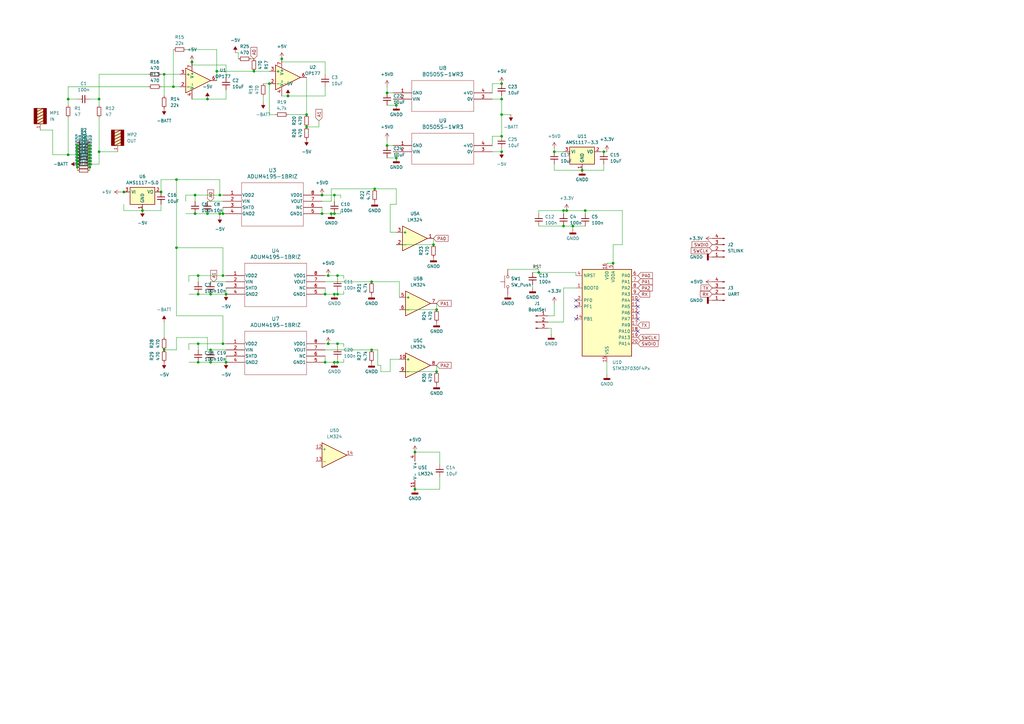
<source format=kicad_sch>
(kicad_sch (version 20230121) (generator eeschema)
  (paper "A3")
  (junction (at 152.4 115.57))
  (junction (at 232.41 86.36))
  (junction (at 58.42 86.36))
  (junction (at 81.28 113.03))
  (junction (at 36.83 59.69))
  (junction (at 78.74 25.4))
  (junction (at 110.49 34.29))
  (junction (at 231.14 86.36))
  (junction (at 137.16 80.01))
  (junction (at 31.75 64.77))
  (junction (at 158.75 38.1))
  (junction (at 170.18 185.42))
  (junction (at 227.33 62.23))
  (junction (at 90.17 87.63))
  (junction (at 220.98 111.76))
  (junction (at 66.04 78.74))
  (junction (at 86.36 143.51))
  (junction (at 205.74 40.64))
  (junction (at 27.94 40.64))
  (junction (at 36.83 63.5))
  (junction (at 170.18 200.66))
  (junction (at 36.83 64.77))
  (junction (at 31.75 59.69))
  (junction (at 238.76 69.85))
  (junction (at 231.14 92.71))
  (junction (at 31.75 66.04))
  (junction (at 31.75 63.5))
  (junction (at 134.62 113.03))
  (junction (at 36.83 66.04))
  (junction (at 152.4 143.51))
  (junction (at 31.75 67.31))
  (junction (at 81.28 148.59))
  (junction (at 50.8 78.74))
  (junction (at 31.75 62.23))
  (junction (at 27.94 63.5))
  (junction (at 177.8 100.33))
  (junction (at 125.73 52.07))
  (junction (at 36.83 60.96))
  (junction (at 205.74 46.99))
  (junction (at 132.08 87.63))
  (junction (at 91.44 140.97))
  (junction (at 40.64 40.64))
  (junction (at 36.83 62.23))
  (junction (at 91.44 87.63))
  (junction (at 125.73 46.99))
  (junction (at 36.83 68.58))
  (junction (at 134.62 140.97))
  (junction (at 67.31 143.51))
  (junction (at 92.71 120.65))
  (junction (at 67.31 30.48))
  (junction (at 31.75 68.58))
  (junction (at 138.43 148.59))
  (junction (at 86.36 148.59))
  (junction (at 135.89 87.63))
  (junction (at 36.83 67.31))
  (junction (at 162.56 64.77))
  (junction (at 81.28 120.65))
  (junction (at 118.11 39.37))
  (junction (at 132.08 80.01))
  (junction (at 115.57 24.13))
  (junction (at 88.9 29.21))
  (junction (at 90.17 80.01))
  (junction (at 205.74 34.29))
  (junction (at 251.46 107.95))
  (junction (at 138.43 140.97))
  (junction (at 72.39 101.6))
  (junction (at 179.07 152.4))
  (junction (at 240.03 86.36))
  (junction (at 158.75 59.69))
  (junction (at 205.74 62.23))
  (junction (at 234.95 92.71))
  (junction (at 72.39 73.66))
  (junction (at 137.16 120.65))
  (junction (at 137.16 87.63))
  (junction (at 138.43 120.65))
  (junction (at 85.09 40.64))
  (junction (at 138.43 113.03))
  (junction (at 80.01 80.01))
  (junction (at 179.07 127))
  (junction (at 137.16 148.59))
  (junction (at 31.75 60.96))
  (junction (at 91.44 113.03))
  (junction (at 81.28 140.97))
  (junction (at 133.35 120.65))
  (junction (at 205.74 55.88))
  (junction (at 85.09 87.63))
  (junction (at 92.71 148.59))
  (junction (at 80.01 87.63))
  (junction (at 86.36 120.65))
  (junction (at 104.14 29.21))
  (junction (at 133.35 148.59))
  (junction (at 162.56 43.18))
  (junction (at 40.64 62.23))
  (junction (at 247.65 62.23))
  (junction (at 153.67 77.47))
  (junction (at 71.12 35.56))
  (no_connect (at 261.62 135.89))
  (no_connect (at 261.62 123.19))
  (no_connect (at 236.22 125.73))
  (no_connect (at 236.22 130.81))
  (no_connect (at 261.62 128.27))
  (no_connect (at 261.62 125.73))
  (no_connect (at 236.22 123.19))
  (no_connect (at 261.62 130.81))
  (wire (pts (xy 72.39 143.51) (xy 72.39 138.43)))
  (wire (pts (xy 110.49 29.21) (xy 104.14 29.21)))
  (wire (pts (xy 138.43 140.97) (xy 134.62 140.97)))
  (wire (pts (xy 205.74 46.99) (xy 205.74 55.88)))
  (wire (pts (xy 92.71 40.64) (xy 92.71 36.83)))
  (wire (pts (xy 152.4 115.57) (xy 163.83 115.57)))
  (wire (pts (xy 140.97 147.32) (xy 140.97 148.59)))
  (wire (pts (xy 234.95 92.71) (xy 234.95 93.98)))
  (wire (pts (xy 76.2 82.55) (xy 76.2 80.01)))
  (wire (pts (xy 27.94 40.64) (xy 27.94 43.18)))
  (wire (pts (xy 205.74 60.96) (xy 205.74 62.23)))
  (wire (pts (xy 137.16 87.63) (xy 135.89 87.63)))
  (wire (pts (xy 137.16 80.01) (xy 132.08 80.01)))
  (wire (pts (xy 27.94 63.5) (xy 31.75 63.5)))
  (wire (pts (xy 156.21 152.4) (xy 156.21 149.86)))
  (wire (pts (xy 205.74 55.88) (xy 201.93 55.88)))
  (wire (pts (xy 85.09 138.43) (xy 85.09 143.51)))
  (wire (pts (xy 135.89 77.47) (xy 153.67 77.47)))
  (wire (pts (xy 140.97 113.03) (xy 138.43 113.03)))
  (wire (pts (xy 137.16 148.59) (xy 133.35 148.59)))
  (wire (pts (xy 96.52 21.59) (xy 97.79 21.59)))
  (wire (pts (xy 180.34 185.42) (xy 170.18 185.42)))
  (wire (pts (xy 36.83 60.96) (xy 36.83 62.23)))
  (wire (pts (xy 36.83 40.64) (xy 40.64 40.64)))
  (wire (pts (xy 179.07 152.4) (xy 179.07 149.86)))
  (wire (pts (xy 90.17 73.66) (xy 90.17 80.01)))
  (wire (pts (xy 31.75 40.64) (xy 27.94 40.64)))
  (wire (pts (xy 76.2 87.63) (xy 80.01 87.63)))
  (wire (pts (xy 107.95 39.37) (xy 107.95 41.91)))
  (wire (pts (xy 67.31 39.37) (xy 67.31 30.48)))
  (wire (pts (xy 81.28 148.59) (xy 86.36 148.59)))
  (wire (pts (xy 85.09 40.64) (xy 78.74 40.64)))
  (wire (pts (xy 227.33 69.85) (xy 238.76 69.85)))
  (wire (pts (xy 31.75 64.77) (xy 31.75 66.04)))
  (wire (pts (xy 67.31 30.48) (xy 73.66 30.48)))
  (wire (pts (xy 80.01 87.63) (xy 85.09 87.63)))
  (wire (pts (xy 36.83 62.23) (xy 36.83 63.5)))
  (wire (pts (xy 133.35 118.11) (xy 133.35 120.65)))
  (wire (pts (xy 66.04 86.36) (xy 58.42 86.36)))
  (wire (pts (xy 220.98 86.36) (xy 231.14 86.36)))
  (wire (pts (xy 125.73 31.75) (xy 125.73 46.99)))
  (wire (pts (xy 66.04 30.48) (xy 67.31 30.48)))
  (wire (pts (xy 255.27 86.36) (xy 255.27 100.33)))
  (wire (pts (xy 91.44 129.54) (xy 72.39 129.54)))
  (wire (pts (xy 91.44 129.54) (xy 91.44 140.97)))
  (wire (pts (xy 247.65 67.31) (xy 247.65 69.85)))
  (wire (pts (xy 162.56 62.23) (xy 161.29 62.23)))
  (wire (pts (xy 133.35 25.4) (xy 115.57 25.4)))
  (wire (pts (xy 137.16 80.01) (xy 137.16 82.55)))
  (wire (pts (xy 162.56 40.64) (xy 161.29 40.64)))
  (wire (pts (xy 77.47 143.51) (xy 77.47 140.97)))
  (wire (pts (xy 66.04 83.82) (xy 66.04 86.36)))
  (wire (pts (xy 86.36 115.57) (xy 92.71 115.57)))
  (wire (pts (xy 77.47 115.57) (xy 77.47 113.03)))
  (wire (pts (xy 162.56 64.77) (xy 162.56 62.23)))
  (wire (pts (xy 156.21 149.86) (xy 154.94 149.86)))
  (wire (pts (xy 97.79 21.59) (xy 97.79 24.13)))
  (wire (pts (xy 227.33 129.54) (xy 224.79 129.54)))
  (wire (pts (xy 134.62 140.97) (xy 133.35 140.97)))
  (wire (pts (xy 163.83 115.57) (xy 163.83 121.92)))
  (wire (pts (xy 218.44 116.84) (xy 218.44 118.11)))
  (wire (pts (xy 36.83 59.69) (xy 36.83 60.96)))
  (wire (pts (xy 130.81 52.07) (xy 125.73 52.07)))
  (wire (pts (xy 80.01 80.01) (xy 80.01 82.55)))
  (wire (pts (xy 158.75 59.69) (xy 161.29 59.69)))
  (wire (pts (xy 88.9 20.32) (xy 88.9 29.21)))
  (wire (pts (xy 158.75 57.15) (xy 158.75 59.69)))
  (wire (pts (xy 205.74 39.37) (xy 205.74 40.64)))
  (wire (pts (xy 139.7 87.63) (xy 137.16 87.63)))
  (wire (pts (xy 227.33 124.46) (xy 227.33 129.54)))
  (wire (pts (xy 201.93 34.29) (xy 201.93 38.1)))
  (wire (pts (xy 81.28 140.97) (xy 91.44 140.97)))
  (wire (pts (xy 50.8 78.74) (xy 52.07 78.74)))
  (wire (pts (xy 201.93 55.88) (xy 201.93 59.69)))
  (wire (pts (xy 132.08 85.09) (xy 132.08 87.63)))
  (wire (pts (xy 153.67 77.47) (xy 162.56 77.47)))
  (wire (pts (xy 86.36 148.59) (xy 92.71 148.59)))
  (wire (pts (xy 36.83 67.31) (xy 36.83 68.58)))
  (wire (pts (xy 91.44 85.09) (xy 91.44 87.63)))
  (wire (pts (xy 205.74 46.99) (xy 205.74 40.64)))
  (wire (pts (xy 134.62 113.03) (xy 133.35 113.03)))
  (wire (pts (xy 77.47 148.59) (xy 81.28 148.59)))
  (wire (pts (xy 209.55 46.99) (xy 205.74 46.99)))
  (wire (pts (xy 31.75 60.96) (xy 31.75 62.23)))
  (wire (pts (xy 92.71 146.05) (xy 92.71 148.59)))
  (wire (pts (xy 138.43 147.32) (xy 138.43 148.59)))
  (wire (pts (xy 205.74 34.29) (xy 201.93 34.29)))
  (wire (pts (xy 154.94 149.86) (xy 154.94 143.51)))
  (wire (pts (xy 179.07 127) (xy 179.07 124.46)))
  (wire (pts (xy 227.33 60.96) (xy 227.33 62.23)))
  (wire (pts (xy 36.83 58.42) (xy 36.83 59.69)))
  (wire (pts (xy 138.43 140.97) (xy 138.43 142.24)))
  (wire (pts (xy 220.98 111.76) (xy 236.22 111.76)))
  (wire (pts (xy 133.35 143.51) (xy 152.4 143.51)))
  (wire (pts (xy 247.65 69.85) (xy 238.76 69.85)))
  (wire (pts (xy 36.83 68.58) (xy 36.83 69.85)))
  (wire (pts (xy 78.74 25.4) (xy 78.74 26.67)))
  (wire (pts (xy 248.92 107.95) (xy 251.46 107.95)))
  (wire (pts (xy 60.96 35.56) (xy 27.94 35.56)))
  (wire (pts (xy 81.28 140.97) (xy 81.28 143.51)))
  (wire (pts (xy 107.95 34.29) (xy 110.49 34.29)))
  (wire (pts (xy 76.2 20.32) (xy 88.9 20.32)))
  (wire (pts (xy 81.28 113.03) (xy 81.28 115.57)))
  (wire (pts (xy 36.83 67.31) (xy 40.64 67.31)))
  (wire (pts (xy 50.8 83.82) (xy 50.8 86.36)))
  (wire (pts (xy 31.75 66.04) (xy 31.75 67.31)))
  (wire (pts (xy 251.46 100.33) (xy 251.46 107.95)))
  (wire (pts (xy 40.64 40.64) (xy 40.64 43.18)))
  (wire (pts (xy 160.02 95.25) (xy 160.02 83.82)))
  (wire (pts (xy 31.75 63.5) (xy 31.75 64.77)))
  (wire (pts (xy 92.71 118.11) (xy 92.71 120.65)))
  (wire (pts (xy 36.83 64.77) (xy 36.83 66.04)))
  (wire (pts (xy 180.34 200.66) (xy 170.18 200.66)))
  (wire (pts (xy 31.75 59.69) (xy 31.75 60.96)))
  (wire (pts (xy 226.06 134.62) (xy 224.79 134.62)))
  (wire (pts (xy 72.39 101.6) (xy 72.39 129.54)))
  (wire (pts (xy 180.34 190.5) (xy 180.34 185.42)))
  (wire (pts (xy 90.17 87.63) (xy 91.44 87.63)))
  (wire (pts (xy 251.46 100.33) (xy 255.27 100.33)))
  (wire (pts (xy 58.42 85.09) (xy 58.42 86.36)))
  (wire (pts (xy 160.02 95.25) (xy 162.56 95.25)))
  (wire (pts (xy 67.31 132.08) (xy 67.31 138.43)))
  (wire (pts (xy 72.39 138.43) (xy 85.09 138.43)))
  (wire (pts (xy 90.17 80.01) (xy 91.44 80.01)))
  (wire (pts (xy 92.71 26.67) (xy 78.74 26.67)))
  (wire (pts (xy 40.64 62.23) (xy 40.64 67.31)))
  (wire (pts (xy 48.26 62.23) (xy 40.64 62.23)))
  (wire (pts (xy 218.44 111.76) (xy 220.98 111.76)))
  (wire (pts (xy 226.06 137.16) (xy 226.06 134.62)))
  (wire (pts (xy 77.47 140.97) (xy 81.28 140.97)))
  (wire (pts (xy 92.71 40.64) (xy 85.09 40.64)))
  (wire (pts (xy 50.8 86.36) (xy 58.42 86.36)))
  (wire (pts (xy 85.09 143.51) (xy 86.36 143.51)))
  (wire (pts (xy 227.33 62.23) (xy 231.14 62.23)))
  (wire (pts (xy 21.59 53.34) (xy 21.59 63.5)))
  (wire (pts (xy 72.39 143.51) (xy 67.31 143.51)))
  (wire (pts (xy 177.8 100.33) (xy 177.8 97.79)))
  (wire (pts (xy 140.97 120.65) (xy 138.43 120.65)))
  (wire (pts (xy 160.02 83.82) (xy 162.56 83.82)))
  (wire (pts (xy 158.75 64.77) (xy 162.56 64.77)))
  (wire (pts (xy 208.28 110.49) (xy 220.98 110.49)))
  (wire (pts (xy 92.71 31.75) (xy 92.71 26.67)))
  (wire (pts (xy 40.64 30.48) (xy 40.64 40.64)))
  (wire (pts (xy 247.65 62.23) (xy 248.92 62.23)))
  (wire (pts (xy 31.75 58.42) (xy 31.75 59.69)))
  (wire (pts (xy 31.75 67.31) (xy 31.75 68.58)))
  (wire (pts (xy 240.03 86.36) (xy 255.27 86.36)))
  (wire (pts (xy 138.43 148.59) (xy 137.16 148.59)))
  (wire (pts (xy 40.64 48.26) (xy 40.64 62.23)))
  (wire (pts (xy 133.35 35.56) (xy 133.35 39.37)))
  (wire (pts (xy 90.17 88.9) (xy 90.17 87.63)))
  (wire (pts (xy 232.41 86.36) (xy 240.03 86.36)))
  (wire (pts (xy 140.97 119.38) (xy 140.97 120.65)))
  (wire (pts (xy 231.14 86.36) (xy 232.41 86.36)))
  (wire (pts (xy 162.56 77.47) (xy 162.56 83.82)))
  (wire (pts (xy 88.9 29.21) (xy 104.14 29.21)))
  (wire (pts (xy 91.44 101.6) (xy 72.39 101.6)))
  (wire (pts (xy 133.35 115.57) (xy 152.4 115.57)))
  (wire (pts (xy 81.28 120.65) (xy 86.36 120.65)))
  (wire (pts (xy 91.44 101.6) (xy 91.44 113.03)))
  (wire (pts (xy 66.04 73.66) (xy 66.04 78.74)))
  (wire (pts (xy 154.94 143.51) (xy 152.4 143.51)))
  (wire (pts (xy 248.92 148.59) (xy 248.92 153.67)))
  (wire (pts (xy 158.75 35.56) (xy 158.75 38.1)))
  (wire (pts (xy 118.11 39.37) (xy 133.35 39.37)))
  (wire (pts (xy 227.33 67.31) (xy 227.33 69.85)))
  (wire (pts (xy 80.01 80.01) (xy 90.17 80.01)))
  (wire (pts (xy 224.79 132.08) (xy 231.14 132.08)))
  (wire (pts (xy 139.7 86.36) (xy 139.7 87.63)))
  (wire (pts (xy 135.89 82.55) (xy 135.89 77.47)))
  (wire (pts (xy 163.83 152.4) (xy 179.07 152.4)))
  (wire (pts (xy 140.97 142.24) (xy 140.97 140.97)))
  (wire (pts (xy 162.56 100.33) (xy 177.8 100.33)))
  (wire (pts (xy 138.43 113.03) (xy 138.43 114.3)))
  (wire (pts (xy 36.83 63.5) (xy 36.83 64.77)))
  (wire (pts (xy 16.51 53.34) (xy 21.59 53.34)))
  (wire (pts (xy 71.12 20.32) (xy 71.12 35.56)))
  (wire (pts (xy 205.74 62.23) (xy 201.93 62.23)))
  (wire (pts (xy 205.74 40.64) (xy 201.93 40.64)))
  (wire (pts (xy 27.94 48.26) (xy 27.94 63.5)))
  (wire (pts (xy 102.87 24.13) (xy 104.14 24.13)))
  (wire (pts (xy 115.57 39.37) (xy 118.11 39.37)))
  (wire (pts (xy 91.44 113.03) (xy 92.71 113.03)))
  (wire (pts (xy 86.36 143.51) (xy 92.71 143.51)))
  (wire (pts (xy 139.7 80.01) (xy 137.16 80.01)))
  (wire (pts (xy 140.97 148.59) (xy 138.43 148.59)))
  (wire (pts (xy 162.56 43.18) (xy 162.56 40.64)))
  (wire (pts (xy 91.44 140.97) (xy 92.71 140.97)))
  (wire (pts (xy 240.03 87.63) (xy 240.03 86.36)))
  (wire (pts (xy 140.97 140.97) (xy 138.43 140.97)))
  (wire (pts (xy 71.12 35.56) (xy 73.66 35.56)))
  (wire (pts (xy 158.75 38.1) (xy 161.29 38.1)))
  (wire (pts (xy 220.98 110.49) (xy 220.98 111.76)))
  (wire (pts (xy 36.83 66.04) (xy 36.83 67.31)))
  (wire (pts (xy 231.14 92.71) (xy 234.95 92.71)))
  (wire (pts (xy 234.95 92.71) (xy 240.03 92.71)))
  (wire (pts (xy 160.02 152.4) (xy 160.02 147.32)))
  (wire (pts (xy 27.94 35.56) (xy 27.94 40.64)))
  (wire (pts (xy 115.57 24.13) (xy 115.57 25.4)))
  (wire (pts (xy 90.17 73.66) (xy 72.39 73.66)))
  (wire (pts (xy 77.47 120.65) (xy 81.28 120.65)))
  (wire (pts (xy 72.39 73.66) (xy 66.04 73.66)))
  (wire (pts (xy 133.35 146.05) (xy 133.35 148.59)))
  (wire (pts (xy 138.43 113.03) (xy 134.62 113.03)))
  (wire (pts (xy 160.02 147.32) (xy 163.83 147.32)))
  (wire (pts (xy 132.08 82.55) (xy 135.89 82.55)))
  (wire (pts (xy 231.14 86.36) (xy 231.14 87.63)))
  (wire (pts (xy 81.28 113.03) (xy 91.44 113.03)))
  (wire (pts (xy 77.47 113.03) (xy 81.28 113.03)))
  (wire (pts (xy 236.22 111.76) (xy 236.22 113.03)))
  (wire (pts (xy 85.09 87.63) (xy 90.17 87.63)))
  (wire (pts (xy 180.34 195.58) (xy 180.34 200.66)))
  (wire (pts (xy 76.2 80.01) (xy 80.01 80.01)))
  (wire (pts (xy 231.14 118.11) (xy 236.22 118.11)))
  (wire (pts (xy 86.36 120.65) (xy 92.71 120.65)))
  (wire (pts (xy 21.59 63.5) (xy 27.94 63.5)))
  (wire (pts (xy 72.39 73.66) (xy 72.39 101.6)))
  (wire (pts (xy 130.81 49.53) (xy 130.81 52.07)))
  (wire (pts (xy 118.11 46.99) (xy 125.73 46.99)))
  (wire (pts (xy 135.89 87.63) (xy 132.08 87.63)))
  (wire (pts (xy 31.75 62.23) (xy 31.75 63.5)))
  (wire (pts (xy 110.49 46.99) (xy 110.49 34.29)))
  (wire (pts (xy 137.16 120.65) (xy 133.35 120.65)))
  (wire (pts (xy 246.38 62.23) (xy 247.65 62.23)))
  (wire (pts (xy 85.09 82.55) (xy 91.44 82.55)))
  (wire (pts (xy 60.96 30.48) (xy 40.64 30.48)))
  (wire (pts (xy 163.83 127) (xy 179.07 127)))
  (wire (pts (xy 49.53 78.74) (xy 50.8 78.74)))
  (wire (pts (xy 138.43 120.65) (xy 137.16 120.65)))
  (wire (pts (xy 156.21 152.4) (xy 160.02 152.4)))
  (wire (pts (xy 31.75 68.58) (xy 31.75 69.85)))
  (wire (pts (xy 138.43 119.38) (xy 138.43 120.65)))
  (wire (pts (xy 140.97 114.3) (xy 140.97 113.03)))
  (wire (pts (xy 220.98 92.71) (xy 231.14 92.71)))
  (wire (pts (xy 231.14 132.08) (xy 231.14 118.11)))
  (wire (pts (xy 88.9 29.21) (xy 88.9 33.02)))
  (wire (pts (xy 113.03 46.99) (xy 110.49 46.99)))
  (wire (pts (xy 139.7 81.28) (xy 139.7 80.01)))
  (wire (pts (xy 66.04 35.56) (xy 71.12 35.56)))
  (wire (pts (xy 158.75 43.18) (xy 162.56 43.18)))
  (wire (pts (xy 133.35 30.48) (xy 133.35 25.4)))
  (wire (pts (xy 220.98 87.63) (xy 220.98 86.36)))
  (label "RST" (at 218.44 110.49 0))
  (global_label "A0" (shape input) (at 104.14 24.13 90) (property "Intersheetrefs" "${INTERSHEET_REFS}" (effects hide)))
  (global_label "A1" (shape input) (at 130.81 49.53 90) (property "Intersheetrefs" "${INTERSHEET_REFS}" (effects hide)))
  (global_label "PA0" (shape input) (at 261.62 113.03 0) (property "Intersheetrefs" "${INTERSHEET_REFS}" (effects hide)))
  (global_label "A0" (shape input) (at 86.36 82.55 90) (property "Intersheetrefs" "${INTERSHEET_REFS}" (effects hide)))
  (global_label "PA0" (shape input) (at 177.8 97.79 0) (property "Intersheetrefs" "${INTERSHEET_REFS}" (effects hide)))
  (global_label "SWDIO" (shape input) (at 261.62 140.97 0) (property "Intersheetrefs" "${INTERSHEET_REFS}" (effects hide)))
  (global_label "PA2" (shape input) (at 179.07 149.86 0) (property "Intersheetrefs" "${INTERSHEET_REFS}" (effects hide)))
  (global_label "PA2" (shape input) (at 261.62 118.11 0) (property "Intersheetrefs" "${INTERSHEET_REFS}" (effects hide)))
  (global_label "SWDIO" (shape input) (at 292.1 100.33 180) (property "Intersheetrefs" "${INTERSHEET_REFS}" (effects hide)))
  (global_label "SWCLK" (shape input) (at 292.1 102.87 180) (property "Intersheetrefs" "${INTERSHEET_REFS}" (effects hide)))
  (global_label "PA1" (shape input) (at 261.62 115.57 0) (property "Intersheetrefs" "${INTERSHEET_REFS}" (effects hide)))
  (global_label "RX" (shape input) (at 261.62 120.65 0) (property "Intersheetrefs" "${INTERSHEET_REFS}" (effects hide)))
  (global_label "PA1" (shape input) (at 179.07 124.46 0) (property "Intersheetrefs" "${INTERSHEET_REFS}" (effects hide)))
  (global_label "TX" (shape input) (at 261.62 133.35 0) (property "Intersheetrefs" "${INTERSHEET_REFS}" (effects hide)))
  (global_label "TX" (shape input) (at 292.1 118.11 180) (property "Intersheetrefs" "${INTERSHEET_REFS}" (effects hide)))
  (global_label "RX" (shape input) (at 292.1 120.65 180) (property "Intersheetrefs" "${INTERSHEET_REFS}" (effects hide)))
  (global_label "A1" (shape input) (at 87.63 115.57 90) (property "Intersheetrefs" "${INTERSHEET_REFS}" (effects hide)))
  (global_label "SWCLK" (shape input) (at 261.62 138.43 0) (property "Intersheetrefs" "${INTERSHEET_REFS}" (effects hide)))
  (symbol (lib_id "power:GNDD") (at 135.89 87.63 0) (unit 1)
    (property "Reference" "#PWR027" (effects hide))
    (property "Value" "GNDD" (at 135.89 91.44 0))
  )
  (symbol (lib_id "Device:R_Small") (at 67.31 146.05 0) (unit 1)
    (property "Reference" "R29" (at 62.23 146.05 90))
    (property "Value" "470" (at 64.77 146.05 90))
    (property "Footprint" "Resistor_SMD:R_0805_2012Metric_Pad1.20x1.40mm_HandSolder" (effects hide))
  )
  (symbol (lib_id "power:-5V") (at 90.17 88.9 180) (unit 1)
    (property "Reference" "#PWR010" (effects hide))
    (property "Value" "-5V" (at 90.17 93.98 0))
  )
  (symbol (lib_id "power:+5VD") (at 134.62 113.03 0) (unit 1)
    (property "Reference" "#PWR014" (effects hide))
    (property "Value" "+5VD" (at 134.62 107.95 0))
  )
  (symbol (lib_id "Device:C_Small") (at 231.14 90.17 180) (unit 1)
    (property "Reference" "C4" (at 233.68 88.8936 0) (effects (justify right)))
    (property "Value" "100n" (at 233.68 91.4336 0) (effects (justify right)))
    (property "Footprint" "Capacitor_SMD:C_0805_2012Metric_Pad1.18x1.45mm_HandSolder" (effects hide))
  )
  (symbol (lib_id "Amplifier_Operational:LM324") (at 171.45 124.46 0) (unit 2)
    (property "Reference" "U5" (at 171.45 114.3 0))
    (property "Value" "LM324" (at 171.45 116.84 0))
    (property "Footprint" "Package_SO:SOIC-14_3.9x8.7mm_P1.27mm" (effects hide))
    (property "Datasheet" "http://www.ti.com/lit/ds/symlink/lm2902-n.pdf" (effects hide))
  )
  (symbol (lib_id "Device:R_Small") (at 34.29 62.23 90) (unit 1)
    (property "Reference" "R5" (at 34.29 57.15 90))
    (property "Value" "5mOhm" (at 34.29 59.69 90))
    (property "Footprint" "Resistor_SMD:R_2512_6332Metric_Pad1.40x3.35mm_HandSolder" (effects hide))
  )
  (symbol (lib_id "Device:R_Small") (at 34.29 64.77 90) (unit 1)
    (property "Reference" "R7" (at 34.29 59.69 90))
    (property "Value" "5mOhm" (at 34.29 62.23 90))
    (property "Footprint" "Resistor_SMD:R_2512_6332Metric_Pad1.40x3.35mm_HandSolder" (effects hide))
  )
  (symbol (lib_id "Device:C_Small") (at 180.34 193.04 0) (unit 1)
    (property "Reference" "C14" (at 182.88 191.7763 0) (effects (justify left)))
    (property "Value" "10uF" (at 182.88 194.3163 0) (effects (justify left)))
    (property "Footprint" "Capacitor_SMD:C_1206_3216Metric_Pad1.33x1.80mm_HandSolder" (effects hide))
  )
  (symbol (lib_id "power:+5V") (at 205.74 34.29 0) (unit 1)
    (property "Reference" "#PWR032" (effects hide))
    (property "Value" "+5V" (at 205.74 29.21 0))
  )
  (symbol (lib_id "power:-5V") (at 205.74 62.23 180) (unit 1)
    (property "Reference" "#PWR033" (effects hide))
    (property "Value" "-5V" (at 205.74 67.31 0))
  )
  (symbol (lib_id "Device:R_Small") (at 177.8 102.87 0) (unit 1)
    (property "Reference" "R23" (at 172.72 102.87 90))
    (property "Value" "470" (at 175.26 102.87 90))
    (property "Footprint" "Resistor_SMD:R_0805_2012Metric_Pad1.20x1.40mm_HandSolder" (effects hide))
  )
  (symbol (lib_id "Device:C_Small") (at 92.71 34.29 0) (unit 1)
    (property "Reference" "C2" (at 95.25 33.0263 0) (effects (justify left)))
    (property "Value" "10uF" (at 95.25 35.5663 0) (effects (justify left)))
    (property "Footprint" "Capacitor_SMD:C_1206_3216Metric_Pad1.33x1.80mm_HandSolder" (effects hide))
  )
  (symbol (lib_id "power:GNDD") (at 152.4 148.59 0) (unit 1)
    (property "Reference" "#PWR022" (effects hide))
    (property "Value" "GNDD" (at 152.4 152.4 0))
  )
  (symbol (lib_id "B0505:B0505S-1WR3") (at 161.29 59.69 0) (unit 1)
    (property "Reference" "U9" (at 181.61 49.53 0) (effects (font (size 1.524 1.524))))
    (property "Value" "B0505S-1WR3" (at 181.61 52.07 0) (effects (font (size 1.524 1.524))))
    (property "Footprint" "B0505:B0505S_MNS" (effects hide))
    (property "Datasheet" "B0505S-1WR3" (effects hide))
  )
  (symbol (lib_id "Amplifier_Operational:LM324") (at 170.18 97.79 0) (unit 1)
    (property "Reference" "U5" (at 170.18 87.63 0))
    (property "Value" "LM324" (at 170.18 90.17 0))
    (property "Footprint" "Package_SO:SOIC-14_3.9x8.7mm_P1.27mm" (effects hide))
    (property "Datasheet" "http://www.ti.com/lit/ds/symlink/lm2902-n.pdf" (effects hide))
  )
  (symbol (lib_id "Device:C_Small") (at 85.09 85.09 180) (unit 1)
    (property "Reference" "C8" (at 87.63 83.8136 0) (effects (justify right)))
    (property "Value" "10n" (at 87.63 86.3536 0) (effects (justify right)))
    (property "Footprint" "Capacitor_SMD:C_0805_2012Metric_Pad1.18x1.45mm_HandSolder" (effects hide))
  )
  (symbol (lib_id "Device:R_Small") (at 100.33 24.13 270) (unit 1)
    (property "Reference" "R25" (at 100.33 19.05 90))
    (property "Value" "470" (at 100.33 21.59 90))
    (property "Footprint" "Resistor_SMD:R_0805_2012Metric_Pad1.20x1.40mm_HandSolder" (effects hide))
  )
  (symbol (lib_id "Device:R_Small") (at 152.4 146.05 0) (unit 1)
    (property "Reference" "R27" (at 147.32 146.05 90))
    (property "Value" "4.7k" (at 149.86 146.05 90))
    (property "Footprint" "Resistor_SMD:R_0805_2012Metric_Pad1.20x1.40mm_HandSolder" (effects hide))
  )
  (symbol (lib_id "Device:R_Small") (at 153.67 80.01 0) (unit 1)
    (property "Reference" "R22" (at 148.59 80.01 90))
    (property "Value" "4.7k" (at 151.13 80.01 90))
    (property "Footprint" "Resistor_SMD:R_0805_2012Metric_Pad1.20x1.40mm_HandSolder" (effects hide))
  )
  (symbol (lib_id "Device:C_Small") (at 137.16 85.09 180) (unit 1)
    (property "Reference" "C10" (at 139.7 83.8136 0) (effects (justify right)))
    (property "Value" "100n" (at 139.7 86.3536 0) (effects (justify right)))
    (property "Footprint" "Capacitor_SMD:C_0805_2012Metric_Pad1.18x1.45mm_HandSolder" (effects hide))
  )
  (symbol (lib_id "power:+5V") (at 78.74 25.4 0) (unit 1)
    (property "Reference" "#PWR02" (effects hide))
    (property "Value" "+5V" (at 78.74 20.32 0))
  )
  (symbol (lib_id "power:-5V") (at 58.42 86.36 180) (unit 1)
    (property "Reference" "#PWR011" (effects hide))
    (property "Value" "-5V" (at 58.42 91.44 0))
  )
  (symbol (lib_id "Device:C_Small") (at 158.75 62.23 0) (unit 1)
    (property "Reference" "C24" (at 161.29 60.9663 0) (effects (justify left)))
    (property "Value" "10uF" (at 161.29 63.5063 0) (effects (justify left)))
    (property "Footprint" "Capacitor_SMD:C_1206_3216Metric_Pad1.33x1.80mm_HandSolder" (effects hide))
  )
  (symbol (lib_id "power:+5VD") (at 158.75 35.56 0) (unit 1)
    (property "Reference" "#PWR028" (effects hide))
    (property "Value" "+5VD" (at 158.75 30.48 0))
  )
  (symbol (lib_id "Device:R_Small") (at 104.14 26.67 180) (unit 1)
    (property "Reference" "R17" (at 109.22 26.67 90))
    (property "Value" "470" (at 106.68 26.67 90))
    (property "Footprint" "Resistor_SMD:R_0805_2012Metric_Pad1.20x1.40mm_HandSolder" (effects hide))
  )
  (symbol (lib_id "power:GNDD") (at 218.44 118.11 0) (unit 1)
    (property "Reference" "#PWR042" (effects hide))
    (property "Value" "GNDD" (at 218.44 121.92 0))
  )
  (symbol (lib_id "Device:C_Small") (at 218.44 114.3 180) (unit 1)
    (property "Reference" "C13" (at 220.98 113.0236 0) (effects (justify right)))
    (property "Value" "100n" (at 220.98 115.5636 0) (effects (justify right)))
    (property "Footprint" "Capacitor_SMD:C_0805_2012Metric_Pad1.18x1.45mm_HandSolder" (effects hide))
  )
  (symbol (lib_id "Device:C_Small") (at 247.65 64.77 0) (unit 1)
    (property "Reference" "C15" (at 250.19 63.5063 0) (effects (justify left)))
    (property "Value" "10uF" (at 250.19 66.0463 0) (effects (justify left)))
    (property "Footprint" "Capacitor_SMD:C_1206_3216Metric_Pad1.33x1.80mm_HandSolder" (effects hide))
  )
  (symbol (lib_id "Device:C_Small") (at 220.98 90.17 180) (unit 1)
    (property "Reference" "C12" (at 223.52 88.8936 0) (effects (justify right)))
    (property "Value" "100n" (at 223.52 91.4336 0) (effects (justify right)))
    (property "Footprint" "Capacitor_SMD:C_0805_2012Metric_Pad1.18x1.45mm_HandSolder" (effects hide))
  )
  (symbol (lib_id "Device:C_Small") (at 138.43 116.84 180) (unit 1)
    (property "Reference" "C11" (at 140.97 115.5636 0) (effects (justify right)))
    (property "Value" "100n" (at 140.97 118.1036 0) (effects (justify right)))
    (property "Footprint" "Capacitor_SMD:C_0805_2012Metric_Pad1.18x1.45mm_HandSolder" (effects hide))
  )
  (symbol (lib_id "Connector:Conn_01x04_Pin") (at 297.18 120.65 180) (unit 1)
    (property "Reference" "J3" (at 298.45 118.11 0) (effects (justify right)))
    (property "Value" "UART" (at 298.45 120.65 0) (effects (justify right)))
    (property "Footprint" "Connector_PinHeader_2.54mm:PinHeader_1x04_P2.54mm_Vertical" (effects hide))
  )
  (symbol (lib_id "Device:R_Small") (at 27.94 45.72 180) (unit 1)
    (property "Reference" "R1" (at 30.48 44.45 0) (effects (justify right)))
    (property "Value" "47" (at 30.48 46.99 0) (effects (justify right)))
    (property "Footprint" "Resistor_SMD:R_0805_2012Metric_Pad1.20x1.40mm_HandSolder" (effects hide))
  )
  (symbol (lib_id "Device:R_Small") (at 179.07 154.94 0) (unit 1)
    (property "Reference" "R30" (at 173.99 154.94 90))
    (property "Value" "470" (at 176.53 154.94 90))
    (property "Footprint" "Resistor_SMD:R_0805_2012Metric_Pad1.20x1.40mm_HandSolder" (effects hide))
  )
  (symbol (lib_id "power:GNDD") (at 137.16 120.65 0) (unit 1)
    (property "Reference" "#PWR024" (effects hide))
    (property "Value" "GNDD" (at 137.16 124.46 0))
  )
  (symbol (lib_id "Device:R_Small") (at 67.31 140.97 0) (unit 1)
    (property "Reference" "R28" (at 62.23 140.97 90))
    (property "Value" "470" (at 64.77 140.97 90))
    (property "Footprint" "Resistor_SMD:R_0805_2012Metric_Pad1.20x1.40mm_HandSolder" (effects hide))
  )
  (symbol (lib_id "power:-BATT") (at 209.55 46.99 180) (unit 1)
    (property "Reference" "#PWR034" (effects hide))
    (property "Value" "-BATT" (at 209.55 52.07 0))
  )
  (symbol (lib_id "power:+3.3V") (at 292.1 97.79 90) (unit 1)
    (property "Reference" "#PWR048" (effects hide))
    (property "Value" "+3.3V" (at 288.29 97.79 90) (effects (justify left)))
  )
  (symbol (lib_id "power:GNDD") (at 153.67 82.55 0) (unit 1)
    (property "Reference" "#PWR026" (effects hide))
    (property "Value" "GNDD" (at 153.67 86.36 0))
  )
  (symbol (lib_id "Device:R_Small") (at 40.64 45.72 180) (unit 1)
    (property "Reference" "R12" (at 43.18 44.45 0) (effects (justify right)))
    (property "Value" "47" (at 43.18 46.99 0) (effects (justify right)))
    (property "Footprint" "Resistor_SMD:R_0805_2012Metric_Pad1.20x1.40mm_HandSolder" (effects hide))
  )
  (symbol (lib_id "Device:C_Small") (at 240.03 90.17 180) (unit 1)
    (property "Reference" "C5" (at 242.57 88.8936 0) (effects (justify right)))
    (property "Value" "100n" (at 242.57 91.4336 0) (effects (justify right)))
    (property "Footprint" "Capacitor_SMD:C_0805_2012Metric_Pad1.18x1.45mm_HandSolder" (effects hide))
  )
  (symbol (lib_id "WuerthConnector:WP-BUCF") (at 48.26 57.15 0) (unit 1)
    (property "Reference" "MP2" (at 52.07 55.245 0) (effects (justify left)))
    (property "Value" "OUT" (at 52.07 57.785 0) (effects (justify left)))
    (property "Footprint" "WuerthConnector:WP-BUCF_7461059" (effects hide))
    (property "THREAD" "M6" (effects hide))
    (property "IR" "240A" (effects hide))
    (property "VALUE" "7461059" (effects hide))
    (property "PART-NUMBER" "7461059" (effects hide))
    (property "DATASHEET-URL" "https://www.we-online.com/redexpert/spec/7461059?ae" (effects hide))
    (property "PINS" "16" (effects hide))
  )
  (symbol (lib_id "power:-BATT") (at 67.31 132.08 0) (unit 1)
    (property "Reference" "#PWR021" (effects hide))
    (property "Value" "-BATT" (at 67.31 127 0))
  )
  (symbol (lib_id "power:-5V") (at 92.71 120.65 180) (unit 1)
    (property "Reference" "#PWR017" (effects hide))
    (property "Value" "-5V" (at 92.71 125.73 0))
  )
  (symbol (lib_id "Device:R_Small") (at 152.4 118.11 0) (unit 1)
    (property "Reference" "R21" (at 147.32 118.11 90))
    (property "Value" "4.7k" (at 149.86 118.11 90))
    (property "Footprint" "Resistor_SMD:R_0805_2012Metric_Pad1.20x1.40mm_HandSolder" (effects hide))
  )
  (symbol (lib_id "power:GNDD") (at 208.28 120.65 0) (unit 1)
    (property "Reference" "#PWR043" (effects hide))
    (property "Value" "GNDD" (at 208.28 124.46 0))
  )
  (symbol (lib_id "Device:R_Small") (at 34.29 58.42 90) (unit 1)
    (property "Reference" "R2" (at 34.29 53.34 90))
    (property "Value" "5mOhm" (at 34.29 55.88 90))
    (property "Footprint" "Resistor_SMD:R_2512_6332Metric_Pad1.40x3.35mm_HandSolder" (effects hide))
  )
  (symbol (lib_id "Device:R_Small") (at 63.5 35.56 270) (unit 1)
    (property "Reference" "R13" (at 63.5 30.48 90))
    (property "Value" "470" (at 63.5 33.02 90))
    (property "Footprint" "Resistor_SMD:R_0805_2012Metric_Pad1.20x1.40mm_HandSolder" (effects hide))
  )
  (symbol (lib_id "Device:C_Small") (at 86.36 146.05 180) (unit 1)
    (property "Reference" "C19" (at 88.9 144.7736 0) (effects (justify right)))
    (property "Value" "10n" (at 88.9 147.3136 0) (effects (justify right)))
    (property "Footprint" "Capacitor_SMD:C_0805_2012Metric_Pad1.18x1.45mm_HandSolder" (effects hide))
  )
  (symbol (lib_id "Device:C_Small") (at 133.35 33.02 0) (unit 1)
    (property "Reference" "C3" (at 135.89 31.7563 0) (effects (justify left)))
    (property "Value" "10uF" (at 135.89 34.2963 0) (effects (justify left)))
    (property "Footprint" "Capacitor_SMD:C_1206_3216Metric_Pad1.33x1.80mm_HandSolder" (effects hide))
  )
  (symbol (lib_id "power:-5V") (at 85.09 40.64 0) (unit 1)
    (property "Reference" "#PWR04" (effects hide))
    (property "Value" "-5V" (at 85.09 35.56 0))
  )
  (symbol (lib_id "Device:R_Small") (at 125.73 49.53 0) (unit 1)
    (property "Reference" "R20" (at 120.65 49.53 90))
    (property "Value" "470" (at 123.19 49.53 90))
    (property "Footprint" "Resistor_SMD:R_0805_2012Metric_Pad1.20x1.40mm_HandSolder" (effects hide))
  )
  (symbol (lib_id "power:GNDD") (at 170.18 200.66 0) (unit 1)
    (property "Reference" "#PWR016" (effects hide))
    (property "Value" "GNDD" (at 170.18 204.47 0))
  )
  (symbol (lib_id "ADUM4195:ADUM4195-1BRIZ") (at 91.44 80.01 0) (unit 1)
    (property "Reference" "U3" (at 111.76 69.85 0) (effects (font (size 1.524 1.524))))
    (property "Value" "ADUM4195-1BRIZ" (at 111.76 72.39 0) (effects (font (size 1.524 1.524))))
    (property "Footprint" "ADUM4195:RI-8-1_ADI" (effects hide))
    (property "Datasheet" "ADUM4195-1BRIZ" (effects hide))
  )
  (symbol (lib_id "power:GNDD") (at 226.06 137.16 0) (unit 1)
    (property "Reference" "#PWR045" (effects hide))
    (property "Value" "GNDD" (at 226.06 140.97 0))
  )
  (symbol (lib_id "Connector:Conn_01x03_Pin") (at 219.71 132.08 0) (unit 1)
    (property "Reference" "J1" (at 220.345 124.46 0))
    (property "Value" "BootSel" (at 220.345 127 0))
    (property "Footprint" "Connector_PinHeader_2.54mm:PinHeader_1x03_P2.54mm_Vertical" (effects hide))
  )
  (symbol (lib_id "Amplifier_Operational:LM324") (at 171.45 149.86 0) (unit 3)
    (property "Reference" "U5" (at 171.45 139.7 0))
    (property "Value" "LM324" (at 171.45 142.24 0))
    (property "Footprint" "Package_SO:SOIC-14_3.9x8.7mm_P1.27mm" (effects hide))
    (property "Datasheet" "http://www.ti.com/lit/ds/symlink/lm2902-n.pdf" (effects hide))
  )
  (symbol (lib_id "power:GNDD") (at 234.95 93.98 0) (unit 1)
    (property "Reference" "#PWR040" (effects hide))
    (property "Value" "GNDD" (at 234.95 97.79 0))
  )
  (symbol (lib_id "Device:R_Small") (at 34.29 60.96 90) (unit 1)
    (property "Reference" "R4" (at 34.29 55.88 90))
    (property "Value" "5mOhm" (at 34.29 58.42 90))
    (property "Footprint" "Resistor_SMD:R_2512_6332Metric_Pad1.40x3.35mm_HandSolder" (effects hide))
  )
  (symbol (lib_id "Device:R_Small") (at 125.73 54.61 0) (unit 1)
    (property "Reference" "R26" (at 120.65 54.61 90))
    (property "Value" "470" (at 123.19 54.61 90))
    (property "Footprint" "Resistor_SMD:R_0805_2012Metric_Pad1.20x1.40mm_HandSolder" (effects hide))
  )
  (symbol (lib_id "power:+3.3V") (at 232.41 86.36 0) (unit 1)
    (property "Reference" "#PWR039" (effects hide))
    (property "Value" "+3.3V" (at 232.41 81.28 0))
  )
  (symbol (lib_id "Device:R_Small") (at 73.66 20.32 270) (unit 1)
    (property "Reference" "R15" (at 73.66 15.24 90))
    (property "Value" "22k" (at 73.66 17.78 90))
    (property "Footprint" "Resistor_SMD:R_0805_2012Metric_Pad1.20x1.40mm_HandSolder" (effects hide))
  )
  (symbol (lib_id "Connector:Conn_01x04_Pin") (at 297.18 102.87 180) (unit 1)
    (property "Reference" "J2" (at 298.45 100.33 0) (effects (justify right)))
    (property "Value" "STLINK" (at 298.45 102.87 0) (effects (justify right)))
    (property "Footprint" "Connector_PinHeader_2.54mm:PinHeader_1x04_P2.54mm_Vertical" (effects hide))
  )
  (symbol (lib_id "Device:R_Small") (at 34.29 68.58 90) (unit 1)
    (property "Reference" "R10" (at 34.29 63.5 90))
    (property "Value" "5mOhm" (at 34.29 66.04 90))
    (property "Footprint" "Resistor_SMD:R_2512_6332Metric_Pad1.40x3.35mm_HandSolder" (effects hide))
  )
  (symbol (lib_id "power:-BATT") (at 67.31 44.45 180) (unit 1)
    (property "Reference" "#PWR03" (effects hide))
    (property "Value" "-BATT" (at 67.31 49.53 0))
  )
  (symbol (lib_id "Regulator_Linear:AMS1117-3.3") (at 238.76 62.23 0) (unit 1)
    (property "Reference" "U11" (at 238.76 55.88 0))
    (property "Value" "AMS1117-3.3" (at 238.76 58.42 0))
    (property "Footprint" "Package_TO_SOT_SMD:SOT-223-3_TabPin2" (effects hide))
    (property "Datasheet" "http://www.advanced-monolithic.com/pdf/ds1117.pdf" (effects hide))
  )
  (symbol (lib_id "power:GNDD") (at 238.76 69.85 0) (unit 1)
    (property "Reference" "#PWR051" (effects hide))
    (property "Value" "GNDD" (at 238.76 73.66 0))
  )
  (symbol (lib_id "WuerthConnector:WP-BUCF") (at 16.51 48.26 0) (unit 1)
    (property "Reference" "MP1" (at 20.32 46.355 0) (effects (justify left)))
    (property "Value" "IN" (at 20.32 48.895 0) (effects (justify left)))
    (property "Footprint" "WuerthConnector:WP-BUCF_7461059" (effects hide))
    (property "THREAD" "M6" (effects hide))
    (property "IR" "240A" (effects hide))
    (property "VALUE" "7461059" (effects hide))
    (property "PART-NUMBER" "7461059" (effects hide))
    (property "DATASHEET-URL" "https://www.we-online.com/redexpert/spec/7461059?ae" (effects hide))
    (property "PINS" "16" (effects hide))
  )
  (symbol (lib_id "Device:C_Small") (at 158.75 40.64 0) (unit 1)
    (property "Reference" "C22" (at 161.29 39.3763 0) (effects (justify left)))
    (property "Value" "10uF" (at 161.29 41.9163 0) (effects (justify left)))
    (property "Footprint" "Capacitor_SMD:C_1206_3216Metric_Pad1.33x1.80mm_HandSolder" (effects hide))
  )
  (symbol (lib_id "power:-5V") (at 118.11 39.37 0) (unit 1)
    (property "Reference" "#PWR07" (effects hide))
    (property "Value" "-5V" (at 118.11 34.29 0))
  )
  (symbol (lib_id "power:-5V") (at 67.31 148.59 180) (unit 1)
    (property "Reference" "#PWR020" (effects hide))
    (property "Value" "-5V" (at 67.31 153.67 0))
  )
  (symbol (lib_id "power:-5V") (at 125.73 57.15 180) (unit 1)
    (property "Reference" "#PWR08" (effects hide))
    (property "Value" "-5V" (at 125.73 62.23 0))
  )
  (symbol (lib_id "power:GNDD") (at 292.1 123.19 270) (unit 1)
    (property "Reference" "#PWR046" (effects hide))
    (property "Value" "GNDD" (at 288.29 123.19 90) (effects (justify right)))
  )
  (symbol (lib_id "Device:R_Small") (at 67.31 41.91 180) (unit 1)
    (property "Reference" "R14" (at 69.85 40.64 0) (effects (justify right)))
    (property "Value" "22k" (at 69.85 43.18 0) (effects (justify right)))
    (property "Footprint" "Resistor_SMD:R_0805_2012Metric_Pad1.20x1.40mm_HandSolder" (effects hide))
  )
  (symbol (lib_id "Device:C_Small") (at 138.43 144.78 180) (unit 1)
    (property "Reference" "C20" (at 140.97 143.5036 0) (effects (justify right)))
    (property "Value" "100n" (at 140.97 146.0436 0) (effects (justify right)))
    (property "Footprint" "Capacitor_SMD:C_0805_2012Metric_Pad1.18x1.45mm_HandSolder" (effects hide))
  )
  (symbol (lib_id "ADUM4195:ADUM4195-1BRIZ") (at 92.71 140.97 0) (unit 1)
    (property "Reference" "U7" (at 113.03 130.81 0) (effects (font (size 1.524 1.524))))
    (property "Value" "ADUM4195-1BRIZ" (at 113.03 133.35 0) (effects (font (size 1.524 1.524))))
    (property "Footprint" "ADUM4195:RI-8-1_ADI" (effects hide))
    (property "Datasheet" "ADUM4195-1BRIZ" (effects hide))
  )
  (symbol (lib_id "Device:C_Small") (at 80.01 85.09 180) (unit 1)
    (property "Reference" "C6" (at 82.55 83.8136 0) (effects (justify right)))
    (property "Value" "100n" (at 82.55 86.3536 0) (effects (justify right)))
    (property "Footprint" "Capacitor_SMD:C_0805_2012Metric_Pad1.18x1.45mm_HandSolder" (effects hide))
  )
  (symbol (lib_id "power:+5VD") (at 292.1 115.57 90) (unit 1)
    (property "Reference" "#PWR038" (effects hide))
    (property "Value" "+5VD" (at 288.29 115.57 90) (effects (justify left)))
  )
  (symbol (lib_id "Amplifier_Operational:OP179GS") (at 118.11 31.75 0) (unit 1)
    (property "Reference" "U2" (at 128.27 27.5591 0))
    (property "Value" "OP177" (at 128.27 30.0991 0))
    (property "Footprint" "Package_SO:SOIC-8_3.9x4.9mm_P1.27mm" (effects hide))
    (property "Datasheet" "https://www.analog.com/media/en/technical-documentation/data-sheets/OP179_279.pdf" (effects hide))
  )
  (symbol (lib_id "Device:C_Small") (at 34.29 40.64 90) (unit 1)
    (property "Reference" "C1" (at 34.2963 34.29 90))
    (property "Value" "100n" (at 34.2963 36.83 90))
    (property "Footprint" "Capacitor_SMD:C_0805_2012Metric_Pad1.18x1.45mm_HandSolder" (effects hide))
  )
  (symbol (lib_id "B0505:B0505S-1WR3") (at 161.29 38.1 0) (unit 1)
    (property "Reference" "U8" (at 181.61 27.94 0) (effects (font (size 1.524 1.524))))
    (property "Value" "B0505S-1WR3" (at 181.61 30.48 0) (effects (font (size 1.524 1.524))))
    (property "Footprint" "B0505:B0505S_MNS" (effects hide))
    (property "Datasheet" "B0505S-1WR3" (effects hide))
  )
  (symbol (lib_id "power:GNDD") (at 177.8 105.41 0) (unit 1)
    (property "Reference" "#PWR035" (effects hide))
    (property "Value" "GNDD" (at 177.8 109.22 0))
  )
  (symbol (lib_id "Device:C_Small") (at 86.36 118.11 180) (unit 1)
    (property "Reference" "C9" (at 88.9 116.8336 0) (effects (justify right)))
    (property "Value" "10n" (at 88.9 119.3736 0) (effects (justify right)))
    (property "Footprint" "Capacitor_SMD:C_0805_2012Metric_Pad1.18x1.45mm_HandSolder" (effects hide))
  )
  (symbol (lib_id "power:GNDD") (at 152.4 120.65 0) (unit 1)
    (property "Reference" "#PWR025" (effects hide))
    (property "Value" "GNDD" (at 152.4 124.46 0))
  )
  (symbol (lib_id "power:-5V") (at 92.71 148.59 180) (unit 1)
    (property "Reference" "#PWR018" (effects hide))
    (property "Value" "-5V" (at 92.71 153.67 0))
  )
  (symbol (lib_id "power:+3.3V") (at 248.92 62.23 0) (unit 1)
    (property "Reference" "#PWR049" (effects hide))
    (property "Value" "+3.3V" (at 248.92 57.15 0))
  )
  (symbol (lib_id "power:GNDD") (at 162.56 43.18 0) (unit 1)
    (property "Reference" "#PWR029" (effects hide))
    (property "Value" "GNDD" (at 162.56 46.99 0))
  )
  (symbol (lib_id "power:GNDD") (at 248.92 153.67 0) (unit 1)
    (property "Reference" "#PWR041" (effects hide))
    (property "Value" "GNDD" (at 248.92 157.48 0))
  )
  (symbol (lib_id "power:+5VD") (at 134.62 140.97 0) (unit 1)
    (property "Reference" "#PWR019" (effects hide))
    (property "Value" "+5VD" (at 134.62 135.89 0))
  )
  (symbol (lib_id "Device:C_Small") (at 227.33 64.77 0) (unit 1)
    (property "Reference" "C17" (at 229.87 63.5063 0) (effects (justify left)))
    (property "Value" "10uF" (at 229.87 66.0463 0) (effects (justify left)))
    (property "Footprint" "Capacitor_SMD:C_1206_3216Metric_Pad1.33x1.80mm_HandSolder" (effects hide))
  )
  (symbol (lib_id "power:GNDD") (at 179.07 132.08 0) (unit 1)
    (property "Reference" "#PWR036" (effects hide))
    (property "Value" "GNDD" (at 179.07 135.89 0))
  )
  (symbol (lib_id "Device:R_Small") (at 107.95 36.83 0) (unit 1)
    (property "Reference" "R18" (at 102.87 36.83 90))
    (property "Value" "470" (at 105.41 36.83 90))
    (property "Footprint" "Resistor_SMD:R_0805_2012Metric_Pad1.20x1.40mm_HandSolder" (effects hide))
  )
  (symbol (lib_id "Amplifier_Operational:OP179GS") (at 81.28 33.02 0) (unit 1)
    (property "Reference" "U1" (at 91.44 28.8291 0))
    (property "Value" "OP177" (at 91.44 31.3691 0))
    (property "Footprint" "Package_SO:SOIC-8_3.9x4.9mm_P1.27mm" (effects hide))
    (property "Datasheet" "https://www.analog.com/media/en/technical-documentation/data-sheets/OP179_279.pdf" (effects hide))
  )
  (symbol (lib_id "Amplifier_Operational:LM324") (at 172.72 193.04 0) (unit 5)
    (property "Reference" "U5" (at 171.45 191.77 0) (effects (justify left)))
    (property "Value" "LM324" (at 171.45 194.31 0) (effects (justify left)))
    (property "Footprint" "Package_SO:SOIC-14_3.9x8.7mm_P1.27mm" (effects hide))
    (property "Datasheet" "http://www.ti.com/lit/ds/symlink/lm2902-n.pdf" (effects hide))
  )
  (symbol (lib_id "Device:C_Small") (at 205.74 36.83 0) (unit 1)
    (property "Reference" "C23" (at 208.28 35.5663 0) (effects (justify left)))
    (property "Value" "10uF" (at 208.28 38.1063 0) (effects (justify left)))
    (property "Footprint" "Capacitor_SMD:C_1206_3216Metric_Pad1.33x1.80mm_HandSolder" (effects hide))
  )
  (symbol (lib_id "power:+5VD") (at 132.08 80.01 0) (unit 1)
    (property "Reference" "#PWR013" (effects hide))
    (property "Value" "+5VD" (at 132.08 74.93 0))
  )
  (symbol (lib_id "ADUM4195:ADUM4195-1BRIZ") (at 92.71 113.03 0) (unit 1)
    (property "Reference" "U4" (at 113.03 102.87 0) (effects (font (size 1.524 1.524))))
    (property "Value" "ADUM4195-1BRIZ" (at 113.03 105.41 0) (effects (font (size 1.524 1.524))))
    (property "Footprint" "ADUM4195:RI-8-1_ADI" (effects hide))
    (property "Datasheet" "ADUM4195-1BRIZ" (effects hide))
  )
  (symbol (lib_id "Amplifier_Operational:LM324") (at 137.16 186.69 0) (unit 4)
    (property "Reference" "U5" (at 137.16 176.53 0))
    (property "Value" "LM324" (at 137.16 179.07 0))
    (property "Footprint" "Package_SO:SOIC-14_3.9x8.7mm_P1.27mm" (effects hide))
    (property "Datasheet" "http://www.ti.com/lit/ds/symlink/lm2902-n.pdf" (effects hide))
  )
  (symbol (lib_id "Regulator_Linear:AMS1117-5.0") (at 58.42 78.74 0) (unit 1)
    (property "Reference" "U6" (at 58.42 72.39 0))
    (property "Value" "AMS1117-5.0" (at 58.42 74.93 0))
    (property "Footprint" "Package_TO_SOT_SMD:SOT-223-3_TabPin2" (effects hide))
    (property "Datasheet" "http://www.advanced-monolithic.com/pdf/ds1117.pdf" (effects hide))
  )
  (symbol (lib_id "Device:R_Small") (at 179.07 129.54 0) (unit 1)
    (property "Reference" "R24" (at 173.99 129.54 90))
    (property "Value" "470" (at 176.53 129.54 90))
    (property "Footprint" "Resistor_SMD:R_0805_2012Metric_Pad1.20x1.40mm_HandSolder" (effects hide))
  )
  (symbol (lib_id "power:GNDD") (at 292.1 105.41 270) (unit 1)
    (property "Reference" "#PWR047" (effects hide))
    (property "Value" "GNDD" (at 288.29 105.41 90) (effects (justify right)))
  )
  (symbol (lib_id "Device:R_Small") (at 34.29 69.85 90) (unit 1)
    (property "Reference" "R11" (at 34.29 64.77 90))
    (property "Value" "5mOhm" (at 34.29 67.31 90))
    (property "Footprint" "Resistor_SMD:R_2512_6332Metric_Pad1.40x3.35mm_HandSolder" (effects hide))
  )
  (symbol (lib_id "Device:R_Small") (at 34.29 67.31 90) (unit 1)
    (property "Reference" "R9" (at 34.29 62.23 90))
    (property "Value" "5mOhm" (at 34.29 64.77 90))
    (property "Footprint" "Resistor_SMD:R_2512_6332Metric_Pad1.40x3.35mm_HandSolder" (effects hide))
  )
  (symbol (lib_id "power:GNDD") (at 162.56 64.77 0) (unit 1)
    (property "Reference" "#PWR031" (effects hide))
    (property "Value" "GNDD" (at 162.56 68.58 0))
  )
  (symbol (lib_id "Device:C_Small") (at 205.74 58.42 0) (unit 1)
    (property "Reference" "C25" (at 208.28 57.1563 0) (effects (justify left)))
    (property "Value" "10uF" (at 208.28 59.6963 0) (effects (justify left)))
    (property "Footprint" "Capacitor_SMD:C_1206_3216Metric_Pad1.33x1.80mm_HandSolder" (effects hide))
  )
  (symbol (lib_id "Device:R_Small") (at 34.29 63.5 90) (unit 1)
    (property "Reference" "R6" (at 34.29 58.42 90))
    (property "Value" "5mOhm" (at 34.29 60.96 90))
    (property "Footprint" "Resistor_SMD:R_2512_6332Metric_Pad1.40x3.35mm_HandSolder" (effects hide))
  )
  (symbol (lib_id "power:GNDD") (at 137.16 148.59 0) (unit 1)
    (property "Reference" "#PWR023" (effects hide))
    (property "Value" "GNDD" (at 137.16 152.4 0))
  )
  (symbol (lib_id "power:-5V") (at 96.52 21.59 0) (unit 1)
    (property "Reference" "#PWR05" (effects hide))
    (property "Value" "-5V" (at 96.52 16.51 0))
  )
  (symbol (lib_id "Device:R_Small") (at 34.29 66.04 90) (unit 1)
    (property "Reference" "R8" (at 34.29 60.96 90))
    (property "Value" "5mOhm" (at 34.29 63.5 90))
    (property "Footprint" "Resistor_SMD:R_2512_6332Metric_Pad1.40x3.35mm_HandSolder" (effects hide))
  )
  (symbol (lib_id "power:+5VD") (at 158.75 57.15 0) (unit 1)
    (property "Reference" "#PWR030" (effects hide))
    (property "Value" "+5VD" (at 158.75 52.07 0))
  )
  (symbol (lib_id "Device:R_Small") (at 34.29 59.69 90) (unit 1)
    (property "Reference" "R3" (at 34.29 54.61 90))
    (property "Value" "5mOhm" (at 34.29 57.15 90))
    (property "Footprint" "Resistor_SMD:R_2512_6332Metric_Pad1.40x3.35mm_HandSolder" (effects hide))
  )
  (symbol (lib_id "power:+3.3V") (at 227.33 124.46 0) (unit 1)
    (property "Reference" "#PWR044" (effects hide))
    (property "Value" "+3.3V" (at 227.33 119.38 0))
  )
  (symbol (lib_id "power:+5V") (at 115.57 24.13 0) (unit 1)
    (property "Reference" "#PWR06" (effects hide))
    (property "Value" "+5V" (at 115.57 19.05 0))
  )
  (symbol (lib_id "power:GNDD") (at 179.07 157.48 0) (unit 1)
    (property "Reference" "#PWR037" (effects hide))
    (property "Value" "GNDD" (at 179.07 161.29 0))
  )
  (symbol (lib_id "Device:R_Small") (at 63.5 30.48 270) (unit 1)
    (property "Reference" "R16" (at 63.5 25.4 90))
    (property "Value" "470" (at 63.5 27.94 90))
    (property "Footprint" "Resistor_SMD:R_0805_2012Metric_Pad1.20x1.40mm_HandSolder" (effects hide))
  )
  (symbol (lib_id "power:+5VD") (at 227.33 60.96 0) (unit 1)
    (property "Reference" "#PWR050" (effects hide))
    (property "Value" "+5VD" (at 227.33 55.88 0))
  )
  (symbol (lib_id "Device:C_Small") (at 81.28 146.05 180) (unit 1)
    (property "Reference" "C18" (at 83.82 144.7736 0) (effects (justify right)))
    (property "Value" "100n" (at 83.82 147.3136 0) (effects (justify right)))
    (property "Footprint" "Capacitor_SMD:C_0805_2012Metric_Pad1.18x1.45mm_HandSolder" (effects hide))
  )
  (symbol (lib_id "power:-BATT") (at 107.95 41.91 180) (unit 1)
    (property "Reference" "#PWR012" (effects hide))
    (property "Value" "-BATT" (at 107.95 46.99 0))
  )
  (symbol (lib_id "MCU_ST_STM32F0:STM32F030F4Px") (at 248.92 128.27 0) (unit 1)
    (property "Reference" "U10" (at 251.1141 148.59 0) (effects (justify left)))
    (property "Value" "STM32F030F4Px" (at 251.1141 151.13 0) (effects (justify left)))
    (property "Footprint" "Package_SO:TSSOP-20_4.4x6.5mm_P0.65mm" (effects hide))
    (property "Datasheet" "https://www.st.com/resource/en/datasheet/stm32f030f4.pdf" (effects hide))
  )
  (symbol (lib_id "power:-BATT") (at 31.75 67.31 90) (unit 1)
    (property "Reference" "#PWR01" (effects hide))
    (property "Value" "-BATT" (at 27.94 67.31 90) (effects (justify left)))
  )
  (symbol (lib_id "Device:C_Small") (at 81.28 118.11 180) (unit 1)
    (property "Reference" "C7" (at 83.82 116.8336 0) (effects (justify right)))
    (property "Value" "100n" (at 83.82 119.3736 0) (effects (justify right)))
    (property "Footprint" "Capacitor_SMD:C_0805_2012Metric_Pad1.18x1.45mm_HandSolder" (effects hide))
  )
  (symbol (lib_id "Switch:SW_Push") (at 208.28 115.57 90) (unit 1)
    (property "Reference" "SW1" (at 209.55 114.3 90) (effects (justify right)))
    (property "Value" "SW_Push" (at 209.55 116.84 90) (effects (justify right)))
    (property "Footprint" "Button_Switch_THT:SW_PUSH_6mm" (effects hide))
  )
  (symbol (lib_id "power:+5VD") (at 170.18 185.42 0) (unit 1)
    (property "Reference" "#PWR015" (effects hide))
    (property "Value" "+5VD" (at 170.18 180.34 0))
  )
  (symbol (lib_id "Device:R_Small") (at 115.57 46.99 270) (unit 1)
    (property "Reference" "R19" (at 115.57 41.91 90))
    (property "Value" "4.7k" (at 115.57 44.45 90))
    (property "Footprint" "Resistor_SMD:R_0805_2012Metric_Pad1.20x1.40mm_HandSolder" (effects hide))
  )
  (symbol (lib_id "Device:C_Small") (at 66.04 81.28 0) (unit 1)
    (property "Reference" "C16" (at 68.58 80.0163 0) (effects (justify left)))
    (property "Value" "10uF" (at 68.58 82.5563 0) (effects (justify left)))
    (property "Footprint" "Capacitor_SMD:C_1206_3216Metric_Pad1.33x1.80mm_HandSolder" (effects hide))
  )
  (symbol (lib_id "power:+5V") (at 49.53 78.74 90) (unit 1)
    (property "Reference" "#PWR09" (effects hide))
    (property "Value" "+5V" (at 45.72 78.74 90) (effects (justify left)))
  )
)
</source>
